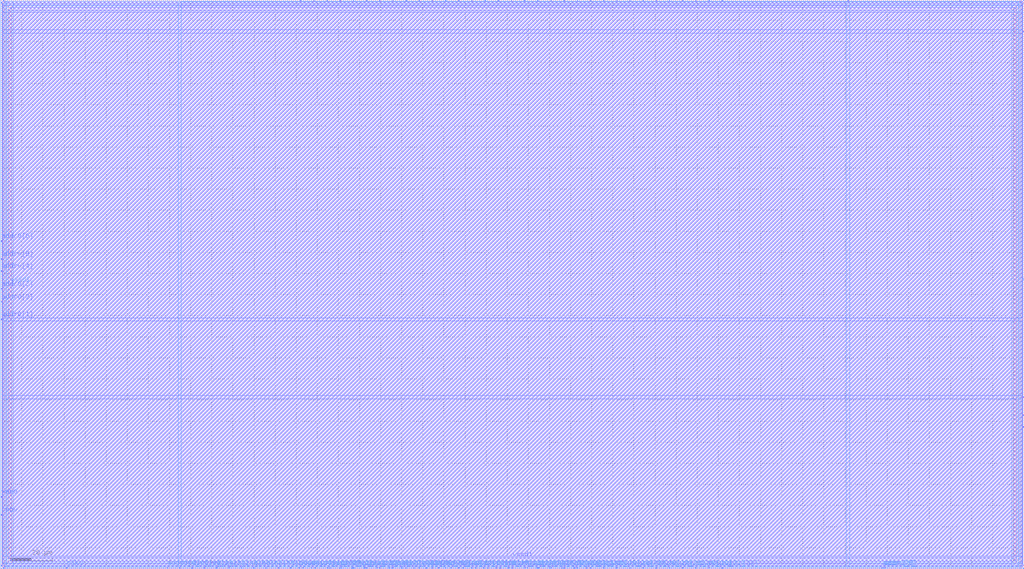
<source format=lef>
VERSION 5.4 ;
NAMESCASESENSITIVE ON ;
BUSBITCHARS "[]" ;
DIVIDERCHAR "/" ;
UNITS
  DATABASE MICRONS 2000 ;
END UNITS
MACRO sram_128x32
   CLASS BLOCK ;
   SIZE 484.92 BY 269.825 ;
   SYMMETRY X Y R90 ;
   PIN din0[0]
      DIRECTION INPUT ;
      PORT
         LAYER met4 ;
         RECT  84.64 0.0 85.02 0.38 ;
      END
   END din0[0]
   PIN din0[1]
      DIRECTION INPUT ;
      PORT
         LAYER met4 ;
         RECT  90.48 0.0 90.86 0.38 ;
      END
   END din0[1]
   PIN din0[2]
      DIRECTION INPUT ;
      PORT
         LAYER met4 ;
         RECT  96.32 0.0 96.7 0.38 ;
      END
   END din0[2]
   PIN din0[3]
      DIRECTION INPUT ;
      PORT
         LAYER met4 ;
         RECT  102.16 0.0 102.54 0.38 ;
      END
   END din0[3]
   PIN din0[4]
      DIRECTION INPUT ;
      PORT
         LAYER met4 ;
         RECT  108.0 0.0 108.38 0.38 ;
      END
   END din0[4]
   PIN din0[5]
      DIRECTION INPUT ;
      PORT
         LAYER met4 ;
         RECT  113.84 0.0 114.22 0.38 ;
      END
   END din0[5]
   PIN din0[6]
      DIRECTION INPUT ;
      PORT
         LAYER met4 ;
         RECT  119.68 0.0 120.06 0.38 ;
      END
   END din0[6]
   PIN din0[7]
      DIRECTION INPUT ;
      PORT
         LAYER met4 ;
         RECT  125.52 0.0 125.9 0.38 ;
      END
   END din0[7]
   PIN din0[8]
      DIRECTION INPUT ;
      PORT
         LAYER met4 ;
         RECT  131.36 0.0 131.74 0.38 ;
      END
   END din0[8]
   PIN din0[9]
      DIRECTION INPUT ;
      PORT
         LAYER met4 ;
         RECT  137.2 0.0 137.58 0.38 ;
      END
   END din0[9]
   PIN din0[10]
      DIRECTION INPUT ;
      PORT
         LAYER met4 ;
         RECT  143.04 0.0 143.42 0.38 ;
      END
   END din0[10]
   PIN din0[11]
      DIRECTION INPUT ;
      PORT
         LAYER met4 ;
         RECT  148.88 0.0 149.26 0.38 ;
      END
   END din0[11]
   PIN din0[12]
      DIRECTION INPUT ;
      PORT
         LAYER met4 ;
         RECT  154.72 0.0 155.1 0.38 ;
      END
   END din0[12]
   PIN din0[13]
      DIRECTION INPUT ;
      PORT
         LAYER met4 ;
         RECT  160.56 0.0 160.94 0.38 ;
      END
   END din0[13]
   PIN din0[14]
      DIRECTION INPUT ;
      PORT
         LAYER met4 ;
         RECT  166.4 0.0 166.78 0.38 ;
      END
   END din0[14]
   PIN din0[15]
      DIRECTION INPUT ;
      PORT
         LAYER met4 ;
         RECT  172.24 0.0 172.62 0.38 ;
      END
   END din0[15]
   PIN din0[16]
      DIRECTION INPUT ;
      PORT
         LAYER met4 ;
         RECT  178.08 0.0 178.46 0.38 ;
      END
   END din0[16]
   PIN din0[17]
      DIRECTION INPUT ;
      PORT
         LAYER met4 ;
         RECT  183.92 0.0 184.3 0.38 ;
      END
   END din0[17]
   PIN din0[18]
      DIRECTION INPUT ;
      PORT
         LAYER met4 ;
         RECT  189.76 0.0 190.14 0.38 ;
      END
   END din0[18]
   PIN din0[19]
      DIRECTION INPUT ;
      PORT
         LAYER met4 ;
         RECT  195.6 0.0 195.98 0.38 ;
      END
   END din0[19]
   PIN din0[20]
      DIRECTION INPUT ;
      PORT
         LAYER met4 ;
         RECT  201.44 0.0 201.82 0.38 ;
      END
   END din0[20]
   PIN din0[21]
      DIRECTION INPUT ;
      PORT
         LAYER met4 ;
         RECT  207.28 0.0 207.66 0.38 ;
      END
   END din0[21]
   PIN din0[22]
      DIRECTION INPUT ;
      PORT
         LAYER met4 ;
         RECT  213.12 0.0 213.5 0.38 ;
      END
   END din0[22]
   PIN din0[23]
      DIRECTION INPUT ;
      PORT
         LAYER met4 ;
         RECT  218.96 0.0 219.34 0.38 ;
      END
   END din0[23]
   PIN din0[24]
      DIRECTION INPUT ;
      PORT
         LAYER met4 ;
         RECT  224.8 0.0 225.18 0.38 ;
      END
   END din0[24]
   PIN din0[25]
      DIRECTION INPUT ;
      PORT
         LAYER met4 ;
         RECT  230.64 0.0 231.02 0.38 ;
      END
   END din0[25]
   PIN din0[26]
      DIRECTION INPUT ;
      PORT
         LAYER met4 ;
         RECT  236.48 0.0 236.86 0.38 ;
      END
   END din0[26]
   PIN din0[27]
      DIRECTION INPUT ;
      PORT
         LAYER met4 ;
         RECT  242.32 0.0 242.7 0.38 ;
      END
   END din0[27]
   PIN din0[28]
      DIRECTION INPUT ;
      PORT
         LAYER met4 ;
         RECT  248.16 0.0 248.54 0.38 ;
      END
   END din0[28]
   PIN din0[29]
      DIRECTION INPUT ;
      PORT
         LAYER met4 ;
         RECT  254.0 0.0 254.38 0.38 ;
      END
   END din0[29]
   PIN din0[30]
      DIRECTION INPUT ;
      PORT
         LAYER met4 ;
         RECT  259.84 0.0 260.22 0.38 ;
      END
   END din0[30]
   PIN din0[31]
      DIRECTION INPUT ;
      PORT
         LAYER met4 ;
         RECT  265.68 0.0 266.06 0.38 ;
      END
   END din0[31]
   PIN din0[32]
      DIRECTION INPUT ;
      PORT
         LAYER met4 ;
         RECT  271.52 0.0 271.9 0.38 ;
      END
   END din0[32]
   PIN addr0[0]
      DIRECTION INPUT ;
      PORT
         LAYER met4 ;
         RECT  78.8 0.0 79.18 0.38 ;
      END
   END addr0[0]
   PIN addr0[1]
      DIRECTION INPUT ;
      PORT
         LAYER met3 ;
         RECT  0.0 117.985 0.38 118.365 ;
      END
   END addr0[1]
   PIN addr0[2]
      DIRECTION INPUT ;
      PORT
         LAYER met3 ;
         RECT  0.0 126.385 0.38 126.765 ;
      END
   END addr0[2]
   PIN addr0[3]
      DIRECTION INPUT ;
      PORT
         LAYER met3 ;
         RECT  0.0 132.565 0.38 132.945 ;
      END
   END addr0[3]
   PIN addr0[4]
      DIRECTION INPUT ;
      PORT
         LAYER met3 ;
         RECT  0.0 141.065 0.38 141.445 ;
      END
   END addr0[4]
   PIN addr0[5]
      DIRECTION INPUT ;
      PORT
         LAYER met3 ;
         RECT  0.0 146.705 0.38 147.085 ;
      END
   END addr0[5]
   PIN addr0[6]
      DIRECTION INPUT ;
      PORT
         LAYER met3 ;
         RECT  0.0 155.205 0.38 155.585 ;
      END
   END addr0[6]
   PIN addr1[0]
      DIRECTION INPUT ;
      PORT
         LAYER met4 ;
         RECT  401.28 269.445 401.66 269.825 ;
      END
   END addr1[0]
   PIN addr1[1]
      DIRECTION INPUT ;
      PORT
         LAYER met3 ;
         RECT  484.54 81.185 484.92 81.565 ;
      END
   END addr1[1]
   PIN addr1[2]
      DIRECTION INPUT ;
      PORT
         LAYER met3 ;
         RECT  484.54 72.685 484.92 73.065 ;
      END
   END addr1[2]
   PIN addr1[3]
      DIRECTION INPUT ;
      PORT
         LAYER met3 ;
         RECT  484.54 67.045 484.92 67.425 ;
      END
   END addr1[3]
   PIN addr1[4]
      DIRECTION INPUT ;
      PORT
         LAYER met4 ;
         RECT  417.365 0.0 417.745 0.38 ;
      END
   END addr1[4]
   PIN addr1[5]
      DIRECTION INPUT ;
      PORT
         LAYER met4 ;
         RECT  418.055 0.0 418.435 0.38 ;
      END
   END addr1[5]
   PIN addr1[6]
      DIRECTION INPUT ;
      PORT
         LAYER met4 ;
         RECT  418.8 0.0 419.18 0.38 ;
      END
   END addr1[6]
   PIN csb0
      DIRECTION INPUT ;
      PORT
         LAYER met3 ;
         RECT  0.0 25.445 0.38 25.825 ;
      END
   END csb0
   PIN csb1
      DIRECTION INPUT ;
      PORT
         LAYER met3 ;
         RECT  484.54 254.575 484.92 254.955 ;
      END
   END csb1
   PIN web0
      DIRECTION INPUT ;
      PORT
         LAYER met3 ;
         RECT  0.0 33.945 0.38 34.325 ;
      END
   END web0
   PIN clk0
      DIRECTION INPUT ;
      PORT
         LAYER met4 ;
         RECT  31.1 0.0 31.48 0.38 ;
      END
   END clk0
   PIN clk1
      DIRECTION INPUT ;
      PORT
         LAYER met4 ;
         RECT  454.28 269.445 454.66 269.825 ;
      END
   END clk1
   PIN spare_wen0
      DIRECTION INPUT ;
      PORT
         LAYER met4 ;
         RECT  277.36 0.0 277.74 0.38 ;
      END
   END spare_wen0
   PIN dout0[0]
      DIRECTION OUTPUT ;
      PORT
         LAYER met4 ;
         RECT  141.235 0.0 141.615 0.38 ;
      END
   END dout0[0]
   PIN dout0[1]
      DIRECTION OUTPUT ;
      PORT
         LAYER met4 ;
         RECT  147.075 0.0 147.455 0.38 ;
      END
   END dout0[1]
   PIN dout0[2]
      DIRECTION OUTPUT ;
      PORT
         LAYER met4 ;
         RECT  155.785 0.0 156.165 0.38 ;
      END
   END dout0[2]
   PIN dout0[3]
      DIRECTION OUTPUT ;
      PORT
         LAYER met4 ;
         RECT  161.25 0.0 161.63 0.38 ;
      END
   END dout0[3]
   PIN dout0[4]
      DIRECTION OUTPUT ;
      PORT
         LAYER met4 ;
         RECT  167.09 0.0 167.47 0.38 ;
      END
   END dout0[4]
   PIN dout0[5]
      DIRECTION OUTPUT ;
      PORT
         LAYER met4 ;
         RECT  173.125 0.0 173.505 0.38 ;
      END
   END dout0[5]
   PIN dout0[6]
      DIRECTION OUTPUT ;
      PORT
         LAYER met4 ;
         RECT  179.365 0.0 179.745 0.38 ;
      END
   END dout0[6]
   PIN dout0[7]
      DIRECTION OUTPUT ;
      PORT
         LAYER met4 ;
         RECT  185.605 0.0 185.985 0.38 ;
      END
   END dout0[7]
   PIN dout0[8]
      DIRECTION OUTPUT ;
      PORT
         LAYER met4 ;
         RECT  191.845 0.0 192.225 0.38 ;
      END
   END dout0[8]
   PIN dout0[9]
      DIRECTION OUTPUT ;
      PORT
         LAYER met4 ;
         RECT  198.085 0.0 198.465 0.38 ;
      END
   END dout0[9]
   PIN dout0[10]
      DIRECTION OUTPUT ;
      PORT
         LAYER met4 ;
         RECT  204.325 0.0 204.705 0.38 ;
      END
   END dout0[10]
   PIN dout0[11]
      DIRECTION OUTPUT ;
      PORT
         LAYER met4 ;
         RECT  210.565 0.0 210.945 0.38 ;
      END
   END dout0[11]
   PIN dout0[12]
      DIRECTION OUTPUT ;
      PORT
         LAYER met4 ;
         RECT  216.805 0.0 217.185 0.38 ;
      END
   END dout0[12]
   PIN dout0[13]
      DIRECTION OUTPUT ;
      PORT
         LAYER met4 ;
         RECT  222.995 0.0 223.375 0.38 ;
      END
   END dout0[13]
   PIN dout0[14]
      DIRECTION OUTPUT ;
      PORT
         LAYER met4 ;
         RECT  228.6 0.0 228.98 0.38 ;
      END
   END dout0[14]
   PIN dout0[15]
      DIRECTION OUTPUT ;
      PORT
         LAYER met4 ;
         RECT  234.675 0.0 235.055 0.38 ;
      END
   END dout0[15]
   PIN dout0[16]
      DIRECTION OUTPUT ;
      PORT
         LAYER met4 ;
         RECT  240.515 0.0 240.895 0.38 ;
      END
   END dout0[16]
   PIN dout0[17]
      DIRECTION OUTPUT ;
      PORT
         LAYER met4 ;
         RECT  249.385 0.0 249.765 0.38 ;
      END
   END dout0[17]
   PIN dout0[18]
      DIRECTION OUTPUT ;
      PORT
         LAYER met4 ;
         RECT  254.69 0.0 255.07 0.38 ;
      END
   END dout0[18]
   PIN dout0[19]
      DIRECTION OUTPUT ;
      PORT
         LAYER met4 ;
         RECT  260.545 0.0 260.925 0.38 ;
      END
   END dout0[19]
   PIN dout0[20]
      DIRECTION OUTPUT ;
      PORT
         LAYER met4 ;
         RECT  266.725 0.0 267.105 0.38 ;
      END
   END dout0[20]
   PIN dout0[21]
      DIRECTION OUTPUT ;
      PORT
         LAYER met4 ;
         RECT  272.965 0.0 273.345 0.38 ;
      END
   END dout0[21]
   PIN dout0[22]
      DIRECTION OUTPUT ;
      PORT
         LAYER met4 ;
         RECT  279.205 0.0 279.585 0.38 ;
      END
   END dout0[22]
   PIN dout0[23]
      DIRECTION OUTPUT ;
      PORT
         LAYER met4 ;
         RECT  285.445 0.0 285.825 0.38 ;
      END
   END dout0[23]
   PIN dout0[24]
      DIRECTION OUTPUT ;
      PORT
         LAYER met4 ;
         RECT  291.685 0.0 292.065 0.38 ;
      END
   END dout0[24]
   PIN dout0[25]
      DIRECTION OUTPUT ;
      PORT
         LAYER met4 ;
         RECT  297.925 0.0 298.305 0.38 ;
      END
   END dout0[25]
   PIN dout0[26]
      DIRECTION OUTPUT ;
      PORT
         LAYER met4 ;
         RECT  304.165 0.0 304.545 0.38 ;
      END
   END dout0[26]
   PIN dout0[27]
      DIRECTION OUTPUT ;
      PORT
         LAYER met4 ;
         RECT  310.405 0.0 310.785 0.38 ;
      END
   END dout0[27]
   PIN dout0[28]
      DIRECTION OUTPUT ;
      PORT
         LAYER met4 ;
         RECT  316.645 0.0 317.025 0.38 ;
      END
   END dout0[28]
   PIN dout0[29]
      DIRECTION OUTPUT ;
      PORT
         LAYER met4 ;
         RECT  322.885 0.0 323.265 0.38 ;
      END
   END dout0[29]
   PIN dout0[30]
      DIRECTION OUTPUT ;
      PORT
         LAYER met4 ;
         RECT  329.125 0.0 329.505 0.38 ;
      END
   END dout0[30]
   PIN dout0[31]
      DIRECTION OUTPUT ;
      PORT
         LAYER met4 ;
         RECT  335.365 0.0 335.745 0.38 ;
      END
   END dout0[31]
   PIN dout0[32]
      DIRECTION OUTPUT ;
      PORT
         LAYER met4 ;
         RECT  341.605 0.0 341.985 0.38 ;
      END
   END dout0[32]
   PIN dout1[0]
      DIRECTION OUTPUT ;
      PORT
         LAYER met4 ;
         RECT  141.985 269.445 142.365 269.825 ;
      END
   END dout1[0]
   PIN dout1[1]
      DIRECTION OUTPUT ;
      PORT
         LAYER met4 ;
         RECT  148.225 269.445 148.605 269.825 ;
      END
   END dout1[1]
   PIN dout1[2]
      DIRECTION OUTPUT ;
      PORT
         LAYER met4 ;
         RECT  154.465 269.445 154.845 269.825 ;
      END
   END dout1[2]
   PIN dout1[3]
      DIRECTION OUTPUT ;
      PORT
         LAYER met4 ;
         RECT  160.705 269.445 161.085 269.825 ;
      END
   END dout1[3]
   PIN dout1[4]
      DIRECTION OUTPUT ;
      PORT
         LAYER met4 ;
         RECT  166.945 269.445 167.325 269.825 ;
      END
   END dout1[4]
   PIN dout1[5]
      DIRECTION OUTPUT ;
      PORT
         LAYER met4 ;
         RECT  173.185 269.445 173.565 269.825 ;
      END
   END dout1[5]
   PIN dout1[6]
      DIRECTION OUTPUT ;
      PORT
         LAYER met4 ;
         RECT  179.425 269.445 179.805 269.825 ;
      END
   END dout1[6]
   PIN dout1[7]
      DIRECTION OUTPUT ;
      PORT
         LAYER met4 ;
         RECT  185.665 269.445 186.045 269.825 ;
      END
   END dout1[7]
   PIN dout1[8]
      DIRECTION OUTPUT ;
      PORT
         LAYER met4 ;
         RECT  191.905 269.445 192.285 269.825 ;
      END
   END dout1[8]
   PIN dout1[9]
      DIRECTION OUTPUT ;
      PORT
         LAYER met4 ;
         RECT  198.145 269.445 198.525 269.825 ;
      END
   END dout1[9]
   PIN dout1[10]
      DIRECTION OUTPUT ;
      PORT
         LAYER met4 ;
         RECT  204.385 269.445 204.765 269.825 ;
      END
   END dout1[10]
   PIN dout1[11]
      DIRECTION OUTPUT ;
      PORT
         LAYER met4 ;
         RECT  210.625 269.445 211.005 269.825 ;
      END
   END dout1[11]
   PIN dout1[12]
      DIRECTION OUTPUT ;
      PORT
         LAYER met4 ;
         RECT  216.865 269.445 217.245 269.825 ;
      END
   END dout1[12]
   PIN dout1[13]
      DIRECTION OUTPUT ;
      PORT
         LAYER met4 ;
         RECT  223.105 269.445 223.485 269.825 ;
      END
   END dout1[13]
   PIN dout1[14]
      DIRECTION OUTPUT ;
      PORT
         LAYER met4 ;
         RECT  229.345 269.445 229.725 269.825 ;
      END
   END dout1[14]
   PIN dout1[15]
      DIRECTION OUTPUT ;
      PORT
         LAYER met4 ;
         RECT  235.585 269.445 235.965 269.825 ;
      END
   END dout1[15]
   PIN dout1[16]
      DIRECTION OUTPUT ;
      PORT
         LAYER met4 ;
         RECT  241.825 269.445 242.205 269.825 ;
      END
   END dout1[16]
   PIN dout1[17]
      DIRECTION OUTPUT ;
      PORT
         LAYER met4 ;
         RECT  248.065 269.445 248.445 269.825 ;
      END
   END dout1[17]
   PIN dout1[18]
      DIRECTION OUTPUT ;
      PORT
         LAYER met4 ;
         RECT  254.305 269.445 254.685 269.825 ;
      END
   END dout1[18]
   PIN dout1[19]
      DIRECTION OUTPUT ;
      PORT
         LAYER met4 ;
         RECT  260.545 269.445 260.925 269.825 ;
      END
   END dout1[19]
   PIN dout1[20]
      DIRECTION OUTPUT ;
      PORT
         LAYER met4 ;
         RECT  266.785 269.445 267.165 269.825 ;
      END
   END dout1[20]
   PIN dout1[21]
      DIRECTION OUTPUT ;
      PORT
         LAYER met4 ;
         RECT  273.025 269.445 273.405 269.825 ;
      END
   END dout1[21]
   PIN dout1[22]
      DIRECTION OUTPUT ;
      PORT
         LAYER met4 ;
         RECT  279.265 269.445 279.645 269.825 ;
      END
   END dout1[22]
   PIN dout1[23]
      DIRECTION OUTPUT ;
      PORT
         LAYER met4 ;
         RECT  285.505 269.445 285.885 269.825 ;
      END
   END dout1[23]
   PIN dout1[24]
      DIRECTION OUTPUT ;
      PORT
         LAYER met4 ;
         RECT  291.745 269.445 292.125 269.825 ;
      END
   END dout1[24]
   PIN dout1[25]
      DIRECTION OUTPUT ;
      PORT
         LAYER met4 ;
         RECT  297.985 269.445 298.365 269.825 ;
      END
   END dout1[25]
   PIN dout1[26]
      DIRECTION OUTPUT ;
      PORT
         LAYER met4 ;
         RECT  304.225 269.445 304.605 269.825 ;
      END
   END dout1[26]
   PIN dout1[27]
      DIRECTION OUTPUT ;
      PORT
         LAYER met4 ;
         RECT  310.465 269.445 310.845 269.825 ;
      END
   END dout1[27]
   PIN dout1[28]
      DIRECTION OUTPUT ;
      PORT
         LAYER met4 ;
         RECT  316.705 269.445 317.085 269.825 ;
      END
   END dout1[28]
   PIN dout1[29]
      DIRECTION OUTPUT ;
      PORT
         LAYER met4 ;
         RECT  322.945 269.445 323.325 269.825 ;
      END
   END dout1[29]
   PIN dout1[30]
      DIRECTION OUTPUT ;
      PORT
         LAYER met4 ;
         RECT  329.185 269.445 329.565 269.825 ;
      END
   END dout1[30]
   PIN dout1[31]
      DIRECTION OUTPUT ;
      PORT
         LAYER met4 ;
         RECT  335.425 269.445 335.805 269.825 ;
      END
   END dout1[31]
   PIN dout1[32]
      DIRECTION OUTPUT ;
      PORT
         LAYER met4 ;
         RECT  341.665 269.445 342.045 269.825 ;
      END
   END dout1[32]
   PIN vccd1
      DIRECTION INOUT ;
      USE POWER ; 
      SHAPE ABUTMENT ; 
      PORT
         LAYER met3 ;
         RECT  0.0 0.0 484.92 1.74 ;
         LAYER met3 ;
         RECT  0.0 268.085 484.92 269.825 ;
         LAYER met4 ;
         RECT  0.0 0.0 1.74 269.825 ;
         LAYER met4 ;
         RECT  483.18 0.0 484.92 269.825 ;
      END
   END vccd1
   PIN vssd1
      DIRECTION INOUT ;
      USE GROUND ; 
      SHAPE ABUTMENT ; 
      PORT
         LAYER met4 ;
         RECT  479.7 3.48 481.44 266.345 ;
         LAYER met3 ;
         RECT  3.48 264.605 481.44 266.345 ;
         LAYER met3 ;
         RECT  3.48 3.48 481.44 5.22 ;
         LAYER met4 ;
         RECT  3.48 3.48 5.22 266.345 ;
      END
   END vssd1
   OBS
   LAYER  met1 ;
      RECT  0.62 0.62 484.3 269.205 ;
   LAYER  met2 ;
      RECT  0.62 0.62 484.3 269.205 ;
   LAYER  met3 ;
      RECT  0.98 117.385 484.3 118.965 ;
      RECT  0.62 118.965 0.98 125.785 ;
      RECT  0.62 127.365 0.98 131.965 ;
      RECT  0.62 133.545 0.98 140.465 ;
      RECT  0.62 142.045 0.98 146.105 ;
      RECT  0.62 147.685 0.98 154.605 ;
      RECT  0.98 80.585 483.94 82.165 ;
      RECT  0.98 82.165 483.94 117.385 ;
      RECT  483.94 82.165 484.3 117.385 ;
      RECT  483.94 73.665 484.3 80.585 ;
      RECT  483.94 68.025 484.3 72.085 ;
      RECT  0.98 118.965 483.94 253.975 ;
      RECT  0.98 253.975 483.94 255.555 ;
      RECT  483.94 118.965 484.3 253.975 ;
      RECT  0.62 26.425 0.98 33.345 ;
      RECT  0.62 34.925 0.98 117.385 ;
      RECT  483.94 2.34 484.3 66.445 ;
      RECT  0.62 2.34 0.98 24.845 ;
      RECT  0.62 156.185 0.98 267.485 ;
      RECT  483.94 255.555 484.3 267.485 ;
      RECT  0.98 255.555 2.88 264.005 ;
      RECT  0.98 264.005 2.88 266.945 ;
      RECT  0.98 266.945 2.88 267.485 ;
      RECT  2.88 255.555 482.04 264.005 ;
      RECT  2.88 266.945 482.04 267.485 ;
      RECT  482.04 255.555 483.94 264.005 ;
      RECT  482.04 264.005 483.94 266.945 ;
      RECT  482.04 266.945 483.94 267.485 ;
      RECT  0.98 2.34 2.88 2.88 ;
      RECT  0.98 2.88 2.88 5.82 ;
      RECT  0.98 5.82 2.88 80.585 ;
      RECT  2.88 2.34 482.04 2.88 ;
      RECT  2.88 5.82 482.04 80.585 ;
      RECT  482.04 2.34 483.94 2.88 ;
      RECT  482.04 2.88 483.94 5.82 ;
      RECT  482.04 5.82 483.94 80.585 ;
   LAYER  met4 ;
      RECT  84.04 0.98 85.62 269.205 ;
      RECT  85.62 0.62 89.88 0.98 ;
      RECT  91.46 0.62 95.72 0.98 ;
      RECT  97.3 0.62 101.56 0.98 ;
      RECT  103.14 0.62 107.4 0.98 ;
      RECT  108.98 0.62 113.24 0.98 ;
      RECT  114.82 0.62 119.08 0.98 ;
      RECT  120.66 0.62 124.92 0.98 ;
      RECT  126.5 0.62 130.76 0.98 ;
      RECT  132.34 0.62 136.6 0.98 ;
      RECT  149.86 0.62 154.12 0.98 ;
      RECT  243.3 0.62 247.56 0.98 ;
      RECT  79.78 0.62 84.04 0.98 ;
      RECT  85.62 0.98 400.68 268.845 ;
      RECT  400.68 0.98 402.26 268.845 ;
      RECT  32.08 0.62 78.2 0.98 ;
      RECT  402.26 268.845 453.68 269.205 ;
      RECT  138.18 0.62 140.635 0.98 ;
      RECT  142.215 0.62 142.44 0.98 ;
      RECT  144.02 0.62 146.475 0.98 ;
      RECT  148.055 0.62 148.28 0.98 ;
      RECT  156.765 0.62 159.96 0.98 ;
      RECT  162.23 0.62 165.8 0.98 ;
      RECT  168.07 0.62 171.64 0.98 ;
      RECT  174.105 0.62 177.48 0.98 ;
      RECT  180.345 0.62 183.32 0.98 ;
      RECT  184.9 0.62 185.005 0.98 ;
      RECT  186.585 0.62 189.16 0.98 ;
      RECT  190.74 0.62 191.245 0.98 ;
      RECT  192.825 0.62 195.0 0.98 ;
      RECT  196.58 0.62 197.485 0.98 ;
      RECT  199.065 0.62 200.84 0.98 ;
      RECT  202.42 0.62 203.725 0.98 ;
      RECT  205.305 0.62 206.68 0.98 ;
      RECT  208.26 0.62 209.965 0.98 ;
      RECT  211.545 0.62 212.52 0.98 ;
      RECT  214.1 0.62 216.205 0.98 ;
      RECT  217.785 0.62 218.36 0.98 ;
      RECT  219.94 0.62 222.395 0.98 ;
      RECT  223.975 0.62 224.2 0.98 ;
      RECT  225.78 0.62 228.0 0.98 ;
      RECT  229.58 0.62 230.04 0.98 ;
      RECT  231.62 0.62 234.075 0.98 ;
      RECT  235.655 0.62 235.88 0.98 ;
      RECT  237.46 0.62 239.915 0.98 ;
      RECT  241.495 0.62 241.72 0.98 ;
      RECT  250.365 0.62 253.4 0.98 ;
      RECT  255.67 0.62 259.24 0.98 ;
      RECT  261.525 0.62 265.08 0.98 ;
      RECT  267.705 0.62 270.92 0.98 ;
      RECT  273.945 0.62 276.76 0.98 ;
      RECT  278.34 0.62 278.605 0.98 ;
      RECT  280.185 0.62 284.845 0.98 ;
      RECT  286.425 0.62 291.085 0.98 ;
      RECT  292.665 0.62 297.325 0.98 ;
      RECT  298.905 0.62 303.565 0.98 ;
      RECT  305.145 0.62 309.805 0.98 ;
      RECT  311.385 0.62 316.045 0.98 ;
      RECT  317.625 0.62 322.285 0.98 ;
      RECT  323.865 0.62 328.525 0.98 ;
      RECT  330.105 0.62 334.765 0.98 ;
      RECT  336.345 0.62 341.005 0.98 ;
      RECT  342.585 0.62 416.765 0.98 ;
      RECT  85.62 268.845 141.385 269.205 ;
      RECT  142.965 268.845 147.625 269.205 ;
      RECT  149.205 268.845 153.865 269.205 ;
      RECT  155.445 268.845 160.105 269.205 ;
      RECT  161.685 268.845 166.345 269.205 ;
      RECT  167.925 268.845 172.585 269.205 ;
      RECT  174.165 268.845 178.825 269.205 ;
      RECT  180.405 268.845 185.065 269.205 ;
      RECT  186.645 268.845 191.305 269.205 ;
      RECT  192.885 268.845 197.545 269.205 ;
      RECT  199.125 268.845 203.785 269.205 ;
      RECT  205.365 268.845 210.025 269.205 ;
      RECT  211.605 268.845 216.265 269.205 ;
      RECT  217.845 268.845 222.505 269.205 ;
      RECT  224.085 268.845 228.745 269.205 ;
      RECT  230.325 268.845 234.985 269.205 ;
      RECT  236.565 268.845 241.225 269.205 ;
      RECT  242.805 268.845 247.465 269.205 ;
      RECT  249.045 268.845 253.705 269.205 ;
      RECT  255.285 268.845 259.945 269.205 ;
      RECT  261.525 268.845 266.185 269.205 ;
      RECT  267.765 268.845 272.425 269.205 ;
      RECT  274.005 268.845 278.665 269.205 ;
      RECT  280.245 268.845 284.905 269.205 ;
      RECT  286.485 268.845 291.145 269.205 ;
      RECT  292.725 268.845 297.385 269.205 ;
      RECT  298.965 268.845 303.625 269.205 ;
      RECT  305.205 268.845 309.865 269.205 ;
      RECT  311.445 268.845 316.105 269.205 ;
      RECT  317.685 268.845 322.345 269.205 ;
      RECT  323.925 268.845 328.585 269.205 ;
      RECT  330.165 268.845 334.825 269.205 ;
      RECT  336.405 268.845 341.065 269.205 ;
      RECT  342.645 268.845 400.68 269.205 ;
      RECT  2.34 0.62 30.5 0.98 ;
      RECT  419.78 0.62 482.58 0.98 ;
      RECT  455.26 268.845 482.58 269.205 ;
      RECT  402.26 0.98 479.1 2.88 ;
      RECT  402.26 2.88 479.1 266.945 ;
      RECT  402.26 266.945 479.1 268.845 ;
      RECT  479.1 0.98 482.04 2.88 ;
      RECT  479.1 266.945 482.04 268.845 ;
      RECT  482.04 0.98 482.58 2.88 ;
      RECT  482.04 2.88 482.58 266.945 ;
      RECT  482.04 266.945 482.58 268.845 ;
      RECT  2.34 0.98 2.88 2.88 ;
      RECT  2.34 2.88 2.88 266.945 ;
      RECT  2.34 266.945 2.88 269.205 ;
      RECT  2.88 0.98 5.82 2.88 ;
      RECT  2.88 266.945 5.82 269.205 ;
      RECT  5.82 0.98 84.04 2.88 ;
      RECT  5.82 2.88 84.04 266.945 ;
      RECT  5.82 266.945 84.04 269.205 ;
   END
END    sram_128x32
END    LIBRARY

</source>
